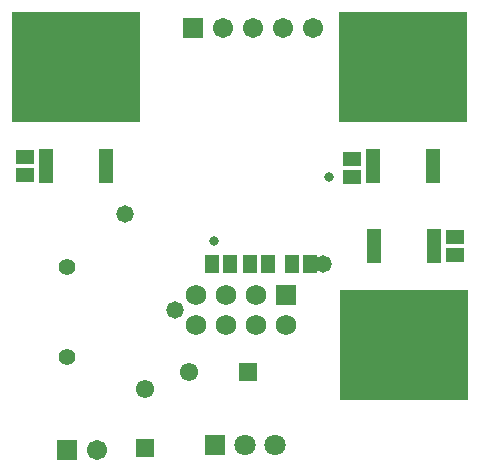
<source format=gts>
%FSLAX25Y25*%
%MOIN*%
G70*
G01*
G75*
G04 Layer_Color=8388736*
%ADD10R,0.05512X0.04331*%
%ADD11R,0.04331X0.10630*%
%ADD12R,0.42126X0.36221*%
%ADD13R,0.04331X0.05512*%
%ADD14C,0.01200*%
%ADD15C,0.07500*%
%ADD16C,0.10000*%
%ADD17C,0.05000*%
%ADD18C,0.02000*%
%ADD19C,0.02500*%
%ADD20C,0.06000*%
%ADD21R,0.06000X0.06000*%
%ADD22R,0.05906X0.05906*%
%ADD23C,0.05906*%
%ADD24C,0.04724*%
%ADD25C,0.05315*%
%ADD26R,0.05315X0.05315*%
%ADD27R,0.06299X0.06299*%
%ADD28C,0.06299*%
%ADD29R,0.05315X0.05315*%
%ADD30C,0.05000*%
%ADD31C,0.02500*%
%ADD32C,0.00984*%
%ADD33C,0.00787*%
%ADD34C,0.00050*%
%ADD35C,0.01000*%
%ADD36C,0.00591*%
%ADD37R,0.06312X0.05131*%
%ADD38R,0.05131X0.11430*%
%ADD39R,0.42926X0.37021*%
%ADD40R,0.05131X0.06312*%
%ADD41C,0.06800*%
%ADD42R,0.06800X0.06800*%
%ADD43R,0.06706X0.06706*%
%ADD44C,0.06706*%
%ADD45C,0.05524*%
%ADD46C,0.06115*%
%ADD47R,0.06115X0.06115*%
%ADD48R,0.07099X0.07099*%
%ADD49C,0.07099*%
%ADD50R,0.06115X0.06115*%
%ADD51C,0.05800*%
%ADD52C,0.03300*%
D37*
X148500Y77453D02*
D03*
Y71547D02*
D03*
X5000Y103953D02*
D03*
Y98047D02*
D03*
X114000Y103453D02*
D03*
Y97547D02*
D03*
D38*
X141500Y74468D02*
D03*
X121500D02*
D03*
X121000Y101031D02*
D03*
X141000D02*
D03*
X12000D02*
D03*
X32000D02*
D03*
D39*
X131500Y41327D02*
D03*
X131000Y134173D02*
D03*
X22000D02*
D03*
D40*
X67547Y68500D02*
D03*
X73453D02*
D03*
X85953Y68500D02*
D03*
X80047D02*
D03*
X99953D02*
D03*
X94047D02*
D03*
D41*
X62200Y58000D02*
D03*
Y48100D02*
D03*
X72200Y58000D02*
D03*
X71900Y48100D02*
D03*
X82100Y58000D02*
D03*
Y48000D02*
D03*
X92200D02*
D03*
D42*
X92100Y58100D02*
D03*
D43*
X19000Y6500D02*
D03*
X61000Y147000D02*
D03*
D44*
X29000Y6500D02*
D03*
X101000Y147000D02*
D03*
X91000D02*
D03*
X81000D02*
D03*
X71000D02*
D03*
D45*
X19000Y37500D02*
D03*
Y67500D02*
D03*
D46*
X45000Y26842D02*
D03*
X59658Y32500D02*
D03*
D47*
X45000Y7158D02*
D03*
D48*
X68500Y8000D02*
D03*
D49*
X78500D02*
D03*
X88500D02*
D03*
D50*
X79343Y32500D02*
D03*
D51*
X104500Y68500D02*
D03*
X38500Y85000D02*
D03*
X121000Y48000D02*
D03*
X127000Y42000D02*
D03*
X55000Y53000D02*
D03*
D52*
X106500Y97547D02*
D03*
X68000Y76000D02*
D03*
M02*

</source>
